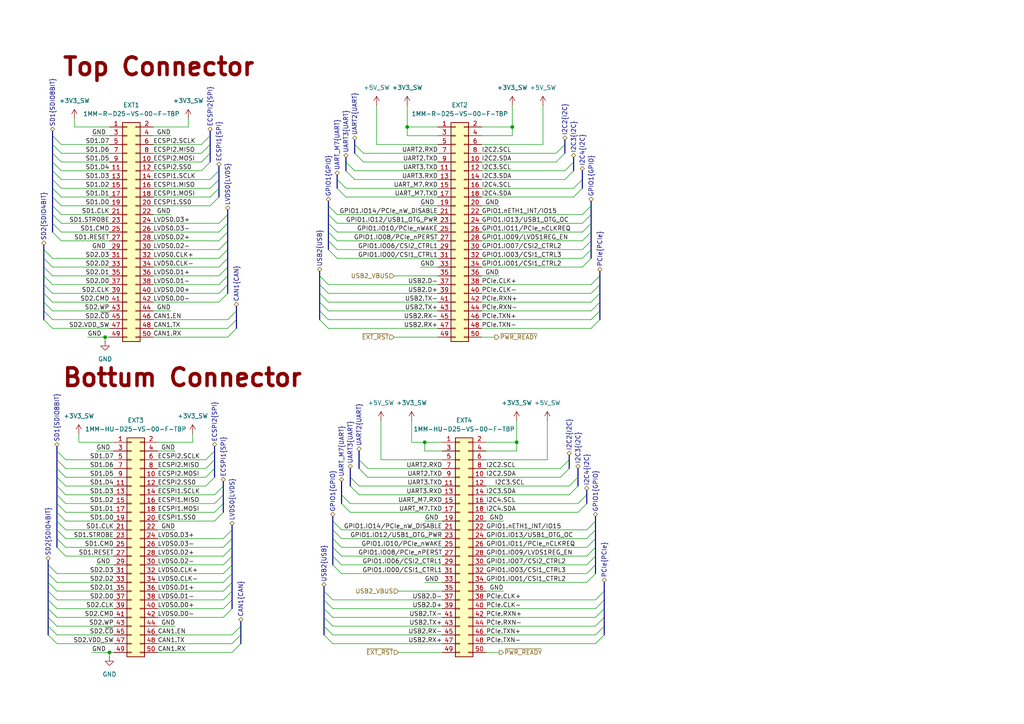
<source format=kicad_sch>
(kicad_sch (version 20250114) (generator "eeschema") (generator_version "9.0")
  (paper "A4")
  (lib_symbols
    (symbol "Connector_Generic:Conn_02x25_Odd_Even" (pin_names (offset 1.016) (hide yes))
      (property "Reference" "J" (at 1.27 33.02 0))
      (property "Value" "Conn_02x25_Odd_Even" (at 1.27 -33.02 0))
      (symbol "Conn_02x25_Odd_Even_1_1"
        (pin passive line (at -5.08 30.48 0) (length 3.81) (name "Pin_1") (number "1"))
        (pin passive line (at -5.08 27.94 0) (length 3.81) (name "Pin_3") (number "3"))
        (pin passive line (at -5.08 25.4 0) (length 3.81) (name "Pin_5") (number "5"))
        (pin passive line (at -5.08 22.86 0) (length 3.81) (name "Pin_7") (number "7"))
        (pin passive line (at -5.08 20.32 0) (length 3.81) (name "Pin_9") (number "9"))
        (pin passive line (at -5.08 17.78 0) (length 3.81) (name "Pin_11") (number "11"))
        (pin passive line (at -5.08 15.24 0) (length 3.81) (name "Pin_13") (number "13"))
        (pin passive line (at -5.08 12.7 0) (length 3.81) (name "Pin_15") (number "15"))
        (pin passive line (at -5.08 10.16 0) (length 3.81) (name "Pin_17") (number "17"))
        (pin passive line (at -5.08 7.62 0) (length 3.81) (name "Pin_19") (number "19"))
        (pin passive line (at -5.08 5.08 0) (length 3.81) (name "Pin_21") (number "21"))
        (pin passive line (at -5.08 2.54 0) (length 3.81) (name "Pin_23") (number "23"))
        (pin passive line (at -5.08 0 0) (length 3.81) (name "Pin_25") (number "25"))
        (pin passive line (at -5.08 -2.54 0) (length 3.81) (name "Pin_27") (number "27"))
        (pin passive line (at -5.08 -5.08 0) (length 3.81) (name "Pin_29") (number "29"))
        (pin passive line (at -5.08 -7.62 0) (length 3.81) (name "Pin_31") (number "31"))
        (pin passive line (at -5.08 -10.16 0) (length 3.81) (name "Pin_33") (number "33"))
        (pin passive line (at -5.08 -12.7 0) (length 3.81) (name "Pin_35") (number "35"))
        (pin passive line (at -5.08 -15.24 0) (length 3.81) (name "Pin_37") (number "37"))
        (pin passive line (at -5.08 -17.78 0) (length 3.81) (name "Pin_39") (number "39"))
        (pin passive line (at -5.08 -20.32 0) (length 3.81) (name "Pin_41") (number "41"))
        (pin passive line (at -5.08 -22.86 0) (length 3.81) (name "Pin_43") (number "43"))
        (pin passive line (at -5.08 -25.4 0) (length 3.81) (name "Pin_45") (number "45"))
        (pin passive line (at -5.08 -27.94 0) (length 3.81) (name "Pin_47") (number "47"))
        (pin passive line (at -5.08 -30.48 0) (length 3.81) (name "Pin_49") (number "49"))
        (pin passive line (at 7.62 30.48 180) (length 3.81) (name "Pin_2") (number "2"))
        (pin passive line (at 7.62 27.94 180) (length 3.81) (name "Pin_4") (number "4"))
        (pin passive line (at 7.62 25.4 180) (length 3.81) (name "Pin_6") (number "6"))
        (pin passive line (at 7.62 22.86 180) (length 3.81) (name "Pin_8") (number "8"))
        (pin passive line (at 7.62 20.32 180) (length 3.81) (name "Pin_10") (number "10"))
        (pin passive line (at 7.62 17.78 180) (length 3.81) (name "Pin_12") (number "12"))
        (pin passive line (at 7.62 15.24 180) (length 3.81) (name "Pin_14") (number "14"))
        (pin passive line (at 7.62 12.7 180) (length 3.81) (name "Pin_16") (number "16"))
        (pin passive line (at 7.62 10.16 180) (length 3.81) (name "Pin_18") (number "18"))
        (pin passive line (at 7.62 7.62 180) (length 3.81) (name "Pin_20") (number "20"))
        (pin passive line (at 7.62 5.08 180) (length 3.81) (name "Pin_22") (number "22"))
        (pin passive line (at 7.62 2.54 180) (length 3.81) (name "Pin_24") (number "24"))
        (pin passive line (at 7.62 0 180) (length 3.81) (name "Pin_26") (number "26"))
        (pin passive line (at 7.62 -2.54 180) (length 3.81) (name "Pin_28") (number "28"))
        (pin passive line (at 7.62 -5.08 180) (length 3.81) (name "Pin_30") (number "30"))
        (pin passive line (at 7.62 -7.62 180) (length 3.81) (name "Pin_32") (number "32"))
        (pin passive line (at 7.62 -10.16 180) (length 3.81) (name "Pin_34") (number "34"))
        (pin passive line (at 7.62 -12.7 180) (length 3.81) (name "Pin_36") (number "36"))
        (pin passive line (at 7.62 -15.24 180) (length 3.81) (name "Pin_38") (number "38"))
        (pin passive line (at 7.62 -17.78 180) (length 3.81) (name "Pin_40") (number "40"))
        (pin passive line (at 7.62 -20.32 180) (length 3.81) (name "Pin_42") (number "42"))
        (pin passive line (at 7.62 -22.86 180) (length 3.81) (name "Pin_44") (number "44"))
        (pin passive line (at 7.62 -25.4 180) (length 3.81) (name "Pin_46") (number "46"))
        (pin passive line (at 7.62 -27.94 180) (length 3.81) (name "Pin_48") (number "48"))
        (pin passive line (at 7.62 -30.48 180) (length 3.81) (name "Pin_50") (number "50"))
      )
    )
    (symbol "power:+3V3" (power) (pin_numbers (hide yes)) (pin_names (offset 0) (hide yes))
      (property "Value" "+3V3" (at 0 3.556 0))
      (symbol "+3V3_1_1"
        (pin power_in line (at 0 0 90) (length 0) (name "~") (number "1"))
      )
    )
    (symbol "power:+5V" (power) (pin_numbers (hide yes)) (pin_names (offset 0) (hide yes))
      (property "Value" "+5V" (at 0 3.556 0))
      (symbol "+5V_1_1"
        (pin power_in line (at 0 0 90) (length 0) (name "~") (number "1"))
      )
    )
    (symbol "power:GND" (power) (pin_numbers (hide yes)) (pin_names (offset 0) (hide yes))
      (property "Value" "GND" (at 0 -3.81 0))
      (symbol "GND_1_1"
        (pin power_in line (at 0 0 270) (length 0) (name "~") (number "1"))
      )
    )
  )
  (text "Top Connector" (at 17.78 19.558 0) (effects (font (size 5.08 5.08) (bold yes)) (justify left)))
  (text "Bottum Connector" (at 17.78 109.728 0) (effects (font (size 5.08 5.08) (bold yes)) (justify left)))
  (junction (at 123.19 128.27))
  (junction (at 149.86 128.27))
  (junction (at 118.11 36.83))
  (junction (at 31.75 189.23))
  (junction (at 148.59 36.83))
  (junction (at 30.48 97.79))
  (bus_entry (at 66.04 69.85) (size -2.54 2.54))
  (bus_entry (at 66.04 72.39) (size -2.54 2.54))
  (bus_entry (at 100.33 49.53) (size 2.54 2.54))
  (bus_entry (at 67.31 176.53) (size -2.54 2.54))
  (bus_entry (at 67.31 158.75) (size -2.54 2.54))
  (bus_entry (at 92.71 90.17) (size 2.54 2.54))
  (bus_entry (at 67.31 171.45) (size -2.54 2.54))
  (bus_entry (at 66.04 74.93) (size -2.54 2.54))
  (bus_entry (at 175.26 173.99) (size -2.54 2.54))
  (bus_entry (at 163.83 41.91) (size -2.54 2.54))
  (bus_entry (at 68.58 92.71) (size -2.54 2.54))
  (bus_entry (at 69.85 186.69) (size -2.54 2.54))
  (bus_entry (at 64.77 148.59) (size -2.54 2.54))
  (bus_entry (at 63.5 54.61) (size -2.54 2.54))
  (bus_entry (at 15.24 41.91) (size 2.54 2.54))
  (bus_entry (at 93.98 181.61) (size 2.54 2.54))
  (bus_entry (at 171.45 62.23) (size -2.54 2.54))
  (bus_entry (at 97.79 54.61) (size 2.54 2.54))
  (bus_entry (at 99.06 146.05) (size 2.54 2.54))
  (bus_entry (at 12.7 87.63) (size 2.54 2.54))
  (bus_entry (at 168.91 52.07) (size -2.54 2.54))
  (bus_entry (at 16.51 146.05) (size 2.54 2.54))
  (bus_entry (at 96.52 163.83) (size 2.54 2.54))
  (bus_entry (at 16.51 135.89) (size 2.54 2.54))
  (bus_entry (at 15.24 52.07) (size 2.54 2.54))
  (bus_entry (at 13.97 166.37) (size 2.54 2.54))
  (bus_entry (at 15.24 44.45) (size 2.54 2.54))
  (bus_entry (at 62.23 135.89) (size -2.54 2.54))
  (bus_entry (at 173.99 92.71) (size -2.54 2.54))
  (bus_entry (at 15.24 39.37) (size 2.54 2.54))
  (bus_entry (at 66.04 82.55) (size -2.54 2.54))
  (bus_entry (at 96.52 151.13) (size 2.54 2.54))
  (bus_entry (at 67.31 163.83) (size -2.54 2.54))
  (bus_entry (at 15.24 59.69) (size 2.54 2.54))
  (bus_entry (at 170.18 146.05) (size -2.54 2.54))
  (bus_entry (at 12.7 90.17) (size 2.54 2.54))
  (bus_entry (at 175.26 181.61) (size -2.54 2.54))
  (bus_entry (at 15.24 49.53) (size 2.54 2.54))
  (bus_entry (at 12.7 92.71) (size 2.54 2.54))
  (bus_entry (at 13.97 184.15) (size 2.54 2.54))
  (bus_entry (at 68.58 95.25) (size -2.54 2.54))
  (bus_entry (at 96.52 161.29) (size 2.54 2.54))
  (bus_entry (at 172.72 158.75) (size -2.54 2.54))
  (bus_entry (at 13.97 171.45) (size 2.54 2.54))
  (bus_entry (at 92.71 80.01) (size 2.54 2.54))
  (bus_entry (at 15.24 54.61) (size 2.54 2.54))
  (bus_entry (at 60.96 46.99) (size -2.54 2.54))
  (bus_entry (at 166.37 49.53) (size -2.54 2.54))
  (bus_entry (at 66.04 85.09) (size -2.54 2.54))
  (bus_entry (at 104.14 135.89) (size 2.54 2.54))
  (bus_entry (at 62.23 130.81) (size -2.54 2.54))
  (bus_entry (at 102.87 44.45) (size 2.54 2.54))
  (bus_entry (at 93.98 176.53) (size 2.54 2.54))
  (bus_entry (at 63.5 52.07) (size -2.54 2.54))
  (bus_entry (at 99.06 143.51) (size 2.54 2.54))
  (bus_entry (at 13.97 168.91) (size 2.54 2.54))
  (bus_entry (at 12.7 85.09) (size 2.54 2.54))
  (bus_entry (at 170.18 143.51) (size -2.54 2.54))
  (bus_entry (at 92.71 85.09) (size 2.54 2.54))
  (bus_entry (at 67.31 168.91) (size -2.54 2.54))
  (bus_entry (at 166.37 46.99) (size -2.54 2.54))
  (bus_entry (at 66.04 64.77) (size -2.54 2.54))
  (bus_entry (at 16.51 138.43) (size 2.54 2.54))
  (bus_entry (at 12.7 74.93) (size 2.54 2.54))
  (bus_entry (at 64.77 146.05) (size -2.54 2.54))
  (bus_entry (at 101.6 140.97) (size 2.54 2.54))
  (bus_entry (at 96.52 156.21) (size 2.54 2.54))
  (bus_entry (at 95.25 59.69) (size 2.54 2.54))
  (bus_entry (at 16.51 151.13) (size 2.54 2.54))
  (bus_entry (at 69.85 181.61) (size -2.54 2.54))
  (bus_entry (at 15.24 62.23) (size 2.54 2.54))
  (bus_entry (at 167.64 138.43) (size -2.54 2.54))
  (bus_entry (at 12.7 80.01) (size 2.54 2.54))
  (bus_entry (at 171.45 72.39) (size -2.54 2.54))
  (bus_entry (at 67.31 156.21) (size -2.54 2.54))
  (bus_entry (at 93.98 173.99) (size 2.54 2.54))
  (bus_entry (at 175.26 179.07) (size -2.54 2.54))
  (bus_entry (at 67.31 166.37) (size -2.54 2.54))
  (bus_entry (at 66.04 62.23) (size -2.54 2.54))
  (bus_entry (at 69.85 184.15) (size -2.54 2.54))
  (bus_entry (at 13.97 181.61) (size 2.54 2.54))
  (bus_entry (at 66.04 77.47) (size -2.54 2.54))
  (bus_entry (at 175.26 184.15) (size -2.54 2.54))
  (bus_entry (at 168.91 54.61) (size -2.54 2.54))
  (bus_entry (at 64.77 143.51) (size -2.54 2.54))
  (bus_entry (at 175.26 176.53) (size -2.54 2.54))
  (bus_entry (at 15.24 64.77) (size 2.54 2.54))
  (bus_entry (at 173.99 87.63) (size -2.54 2.54))
  (bus_entry (at 101.6 138.43) (size 2.54 2.54))
  (bus_entry (at 12.7 77.47) (size 2.54 2.54))
  (bus_entry (at 16.51 158.75) (size 2.54 2.54))
  (bus_entry (at 165.1 135.89) (size -2.54 2.54))
  (bus_entry (at 171.45 64.77) (size -2.54 2.54))
  (bus_entry (at 13.97 176.53) (size 2.54 2.54))
  (bus_entry (at 16.51 153.67) (size 2.54 2.54))
  (bus_entry (at 62.23 133.35) (size -2.54 2.54))
  (bus_entry (at 15.24 46.99) (size 2.54 2.54))
  (bus_entry (at 92.71 92.71) (size 2.54 2.54))
  (bus_entry (at 93.98 184.15) (size 2.54 2.54))
  (bus_entry (at 175.26 171.45) (size -2.54 2.54))
  (bus_entry (at 16.51 133.35) (size 2.54 2.54))
  (bus_entry (at 67.31 153.67) (size -2.54 2.54))
  (bus_entry (at 104.14 133.35) (size 2.54 2.54))
  (bus_entry (at 95.25 64.77) (size 2.54 2.54))
  (bus_entry (at 62.23 138.43) (size -2.54 2.54))
  (bus_entry (at 96.52 153.67) (size 2.54 2.54))
  (bus_entry (at 167.64 140.97) (size -2.54 2.54))
  (bus_entry (at 171.45 74.93) (size -2.54 2.54))
  (bus_entry (at 92.71 87.63) (size 2.54 2.54))
  (bus_entry (at 12.7 72.39) (size 2.54 2.54))
  (bus_entry (at 97.79 52.07) (size 2.54 2.54))
  (bus_entry (at 16.51 143.51) (size 2.54 2.54))
  (bus_entry (at 172.72 153.67) (size -2.54 2.54))
  (bus_entry (at 66.04 80.01) (size -2.54 2.54))
  (bus_entry (at 92.71 82.55) (size 2.54 2.54))
  (bus_entry (at 60.96 41.91) (size -2.54 2.54))
  (bus_entry (at 171.45 69.85) (size -2.54 2.54))
  (bus_entry (at 173.99 85.09) (size -2.54 2.54))
  (bus_entry (at 172.72 156.21) (size -2.54 2.54))
  (bus_entry (at 15.24 67.31) (size 2.54 2.54))
  (bus_entry (at 93.98 171.45) (size 2.54 2.54))
  (bus_entry (at 16.51 156.21) (size 2.54 2.54))
  (bus_entry (at 16.51 130.81) (size 2.54 2.54))
  (bus_entry (at 64.77 140.97) (size -2.54 2.54))
  (bus_entry (at 96.52 158.75) (size 2.54 2.54))
  (bus_entry (at 172.72 151.13) (size -2.54 2.54))
  (bus_entry (at 95.25 62.23) (size 2.54 2.54))
  (bus_entry (at 172.72 161.29) (size -2.54 2.54))
  (bus_entry (at 165.1 133.35) (size -2.54 2.54))
  (bus_entry (at 13.97 179.07) (size 2.54 2.54))
  (bus_entry (at 63.5 49.53) (size -2.54 2.54))
  (bus_entry (at 13.97 173.99) (size 2.54 2.54))
  (bus_entry (at 63.5 57.15) (size -2.54 2.54))
  (bus_entry (at 173.99 80.01) (size -2.54 2.54))
  (bus_entry (at 171.45 59.69) (size -2.54 2.54))
  (bus_entry (at 95.25 67.31) (size 2.54 2.54))
  (bus_entry (at 67.31 161.29) (size -2.54 2.54))
  (bus_entry (at 67.31 173.99) (size -2.54 2.54))
  (bus_entry (at 173.99 90.17) (size -2.54 2.54))
  (bus_entry (at 16.51 148.59) (size 2.54 2.54))
  (bus_entry (at 60.96 44.45) (size -2.54 2.54))
  (bus_entry (at 66.04 67.31) (size -2.54 2.54))
  (bus_entry (at 93.98 179.07) (size 2.54 2.54))
  (bus_entry (at 102.87 41.91) (size 2.54 2.54))
  (bus_entry (at 16.51 140.97) (size 2.54 2.54))
  (bus_entry (at 172.72 166.37) (size -2.54 2.54))
  (bus_entry (at 15.24 57.15) (size 2.54 2.54))
  (bus_entry (at 60.96 39.37) (size -2.54 2.54))
  (bus_entry (at 100.33 46.99) (size 2.54 2.54))
  (bus_entry (at 95.25 72.39) (size 2.54 2.54))
  (bus_entry (at 163.83 44.45) (size -2.54 2.54))
  (bus_entry (at 171.45 67.31) (size -2.54 2.54))
  (bus_entry (at 12.7 82.55) (size 2.54 2.54))
  (bus_entry (at 13.97 163.83) (size 2.54 2.54))
  (bus_entry (at 95.25 69.85) (size 2.54 2.54))
  (bus_entry (at 172.72 163.83) (size -2.54 2.54))
  (bus_entry (at 68.58 90.17) (size -2.54 2.54))
  (bus_entry (at 173.99 82.55) (size -2.54 2.54))
  (wire (pts (xy 106.68 135.89) (xy 128.27 135.89)))
  (bus (pts (xy 63.5 49.53) (xy 63.5 52.07)))
  (bus (pts (xy 93.98 170.18) (xy 93.98 171.45)))
  (bus (pts (xy 67.31 168.91) (xy 67.31 171.45)))
  (wire (pts (xy 168.91 72.39) (xy 139.7 72.39)))
  (wire (pts (xy 58.42 41.91) (xy 44.45 41.91)))
  (wire (pts (xy 123.19 151.13) (xy 128.27 151.13)))
  (bus (pts (xy 171.45 69.85) (xy 171.45 72.39)))
  (bus (pts (xy 13.97 179.07) (xy 13.97 181.61)))
  (wire (pts (xy 170.18 156.21) (xy 140.97 156.21)))
  (wire (pts (xy 109.22 41.91) (xy 127 41.91)))
  (wire (pts (xy 45.72 186.69) (xy 67.31 186.69)))
  (wire (pts (xy 170.18 158.75) (xy 140.97 158.75)))
  (bus (pts (xy 64.77 146.05) (xy 64.77 148.59)))
  (wire (pts (xy 15.24 85.09) (xy 31.75 85.09)))
  (wire (pts (xy 99.06 163.83) (xy 128.27 163.83)))
  (bus (pts (xy 97.79 50.8) (xy 97.79 52.07)))
  (wire (pts (xy 99.06 166.37) (xy 128.27 166.37)))
  (wire (pts (xy 31.75 36.83) (xy 21.59 36.83)))
  (wire (pts (xy 149.86 128.27) (xy 149.86 121.92)))
  (bus (pts (xy 12.7 85.09) (xy 12.7 87.63)))
  (wire (pts (xy 146.05 171.45) (xy 140.97 171.45)))
  (wire (pts (xy 17.78 62.23) (xy 31.75 62.23)))
  (bus (pts (xy 173.99 90.17) (xy 173.99 92.71)))
  (wire (pts (xy 100.33 57.15) (xy 127 57.15)))
  (wire (pts (xy 148.59 39.37) (xy 139.7 39.37)))
  (bus (pts (xy 15.24 59.69) (xy 15.24 62.23)))
  (wire (pts (xy 97.79 74.93) (xy 127 74.93)))
  (wire (pts (xy 148.59 30.48) (xy 148.59 36.83)))
  (bus (pts (xy 99.06 143.51) (xy 99.06 146.05)))
  (bus (pts (xy 96.52 153.67) (xy 96.52 156.21)))
  (wire (pts (xy 31.75 44.45) (xy 17.78 44.45)))
  (bus (pts (xy 172.72 149.86) (xy 172.72 151.13)))
  (bus (pts (xy 93.98 181.61) (xy 93.98 184.15)))
  (bus (pts (xy 97.79 52.07) (xy 97.79 54.61)))
  (wire (pts (xy 15.24 95.25) (xy 31.75 95.25)))
  (bus (pts (xy 67.31 158.75) (xy 67.31 161.29)))
  (bus (pts (xy 13.97 176.53) (xy 13.97 179.07)))
  (bus (pts (xy 92.71 78.74) (xy 92.71 80.01)))
  (wire (pts (xy 171.45 87.63) (xy 139.7 87.63)))
  (wire (pts (xy 44.45 82.55) (xy 63.5 82.55)))
  (wire (pts (xy 59.69 135.89) (xy 45.72 135.89)))
  (wire (pts (xy 100.33 54.61) (xy 127 54.61)))
  (wire (pts (xy 17.78 52.07) (xy 31.75 52.07)))
  (bus (pts (xy 168.91 52.07) (xy 168.91 54.61)))
  (wire (pts (xy 127 85.09) (xy 95.25 85.09)))
  (wire (pts (xy 19.05 140.97) (xy 33.02 140.97)))
  (bus (pts (xy 12.7 72.39) (xy 12.7 74.93)))
  (wire (pts (xy 19.05 133.35) (xy 33.02 133.35)))
  (bus (pts (xy 12.7 90.17) (xy 12.7 92.71)))
  (wire (pts (xy 16.51 171.45) (xy 33.02 171.45)))
  (wire (pts (xy 144.78 59.69) (xy 139.7 59.69)))
  (bus (pts (xy 12.7 74.93) (xy 12.7 77.47)))
  (wire (pts (xy 127 39.37) (xy 118.11 39.37)))
  (wire (pts (xy 148.59 39.37) (xy 148.59 36.83)))
  (bus (pts (xy 175.26 171.45) (xy 175.26 173.99)))
  (wire (pts (xy 171.45 92.71) (xy 139.7 92.71)))
  (wire (pts (xy 45.72 128.27) (xy 55.88 128.27)))
  (wire (pts (xy 63.5 64.77) (xy 44.45 64.77)))
  (bus (pts (xy 96.52 158.75) (xy 96.52 161.29)))
  (wire (pts (xy 17.78 54.61) (xy 31.75 54.61)))
  (bus (pts (xy 13.97 168.91) (xy 13.97 171.45)))
  (bus (pts (xy 15.24 49.53) (xy 15.24 52.07)))
  (bus (pts (xy 173.99 87.63) (xy 173.99 90.17)))
  (bus (pts (xy 93.98 171.45) (xy 93.98 173.99)))
  (wire (pts (xy 25.4 97.79) (xy 30.48 97.79)))
  (bus (pts (xy 170.18 143.51) (xy 170.18 146.05)))
  (wire (pts (xy 114.3 97.79) (xy 127 97.79)))
  (bus (pts (xy 93.98 179.07) (xy 93.98 181.61)))
  (bus (pts (xy 63.5 54.61) (xy 63.5 57.15)))
  (wire (pts (xy 31.75 46.99) (xy 17.78 46.99)))
  (bus (pts (xy 15.24 38.1) (xy 15.24 39.37)))
  (wire (pts (xy 16.51 181.61) (xy 33.02 181.61)))
  (wire (pts (xy 15.24 92.71) (xy 31.75 92.71)))
  (bus (pts (xy 67.31 163.83) (xy 67.31 166.37)))
  (bus (pts (xy 168.91 49.53) (xy 168.91 52.07)))
  (wire (pts (xy 33.02 138.43) (xy 19.05 138.43)))
  (bus (pts (xy 96.52 156.21) (xy 96.52 158.75)))
  (wire (pts (xy 16.51 168.91) (xy 33.02 168.91)))
  (wire (pts (xy 139.7 54.61) (xy 166.37 54.61)))
  (bus (pts (xy 96.52 151.13) (xy 96.52 153.67)))
  (bus (pts (xy 96.52 149.86) (xy 96.52 151.13)))
  (wire (pts (xy 63.5 72.39) (xy 44.45 72.39)))
  (bus (pts (xy 173.99 80.01) (xy 173.99 82.55)))
  (wire (pts (xy 118.11 39.37) (xy 118.11 36.83)))
  (bus (pts (xy 96.52 161.29) (xy 96.52 163.83)))
  (bus (pts (xy 101.6 138.43) (xy 101.6 140.97)))
  (wire (pts (xy 64.77 166.37) (xy 45.72 166.37)))
  (bus (pts (xy 62.23 129.54) (xy 62.23 130.81)))
  (bus (pts (xy 66.04 64.77) (xy 66.04 67.31)))
  (wire (pts (xy 172.72 179.07) (xy 140.97 179.07)))
  (bus (pts (xy 172.72 161.29) (xy 172.72 163.83)))
  (bus (pts (xy 69.85 184.15) (xy 69.85 186.69)))
  (wire (pts (xy 45.72 179.07) (xy 64.77 179.07)))
  (wire (pts (xy 45.72 161.29) (xy 64.77 161.29)))
  (bus (pts (xy 66.04 60.96) (xy 66.04 62.23)))
  (bus (pts (xy 67.31 166.37) (xy 67.31 168.91)))
  (wire (pts (xy 97.79 69.85) (xy 127 69.85)))
  (wire (pts (xy 63.5 74.93) (xy 44.45 74.93)))
  (bus (pts (xy 92.71 90.17) (xy 92.71 92.71)))
  (wire (pts (xy 102.87 52.07) (xy 127 52.07)))
  (wire (pts (xy 17.78 64.77) (xy 31.75 64.77)))
  (wire (pts (xy 16.51 166.37) (xy 33.02 166.37)))
  (bus (pts (xy 64.77 139.7) (xy 64.77 140.97)))
  (bus (pts (xy 15.24 52.07) (xy 15.24 54.61)))
  (wire (pts (xy 123.19 130.81) (xy 123.19 128.27)))
  (wire (pts (xy 104.14 140.97) (xy 128.27 140.97)))
  (wire (pts (xy 110.49 133.35) (xy 128.27 133.35)))
  (bus (pts (xy 13.97 166.37) (xy 13.97 168.91)))
  (wire (pts (xy 45.72 173.99) (xy 64.77 173.99)))
  (bus (pts (xy 175.26 179.07) (xy 175.26 181.61)))
  (wire (pts (xy 44.45 97.79) (xy 66.04 97.79)))
  (bus (pts (xy 16.51 156.21) (xy 16.51 158.75)))
  (bus (pts (xy 60.96 39.37) (xy 60.96 41.91)))
  (wire (pts (xy 119.38 128.27) (xy 119.38 121.92)))
  (wire (pts (xy 17.78 69.85) (xy 31.75 69.85)))
  (bus (pts (xy 67.31 156.21) (xy 67.31 158.75)))
  (bus (pts (xy 67.31 171.45) (xy 67.31 173.99)))
  (bus (pts (xy 69.85 180.34) (xy 69.85 181.61)))
  (bus (pts (xy 16.51 140.97) (xy 16.51 143.51)))
  (bus (pts (xy 171.45 62.23) (xy 171.45 64.77)))
  (wire (pts (xy 168.91 77.47) (xy 139.7 77.47)))
  (wire (pts (xy 49.53 62.23) (xy 44.45 62.23)))
  (bus (pts (xy 175.26 181.61) (xy 175.26 184.15)))
  (bus (pts (xy 15.24 41.91) (xy 15.24 44.45)))
  (wire (pts (xy 162.56 135.89) (xy 140.97 135.89)))
  (bus (pts (xy 13.97 163.83) (xy 13.97 166.37)))
  (wire (pts (xy 172.72 176.53) (xy 140.97 176.53)))
  (bus (pts (xy 16.51 148.59) (xy 16.51 151.13)))
  (bus (pts (xy 66.04 67.31) (xy 66.04 69.85)))
  (wire (pts (xy 172.72 186.69) (xy 140.97 186.69)))
  (wire (pts (xy 106.68 138.43) (xy 128.27 138.43)))
  (wire (pts (xy 161.29 46.99) (xy 139.7 46.99)))
  (wire (pts (xy 99.06 161.29) (xy 128.27 161.29)))
  (bus (pts (xy 15.24 54.61) (xy 15.24 57.15)))
  (wire (pts (xy 96.52 181.61) (xy 128.27 181.61)))
  (bus (pts (xy 172.72 153.67) (xy 172.72 156.21)))
  (wire (pts (xy 127 87.63) (xy 95.25 87.63)))
  (wire (pts (xy 44.45 69.85) (xy 63.5 69.85)))
  (wire (pts (xy 105.41 44.45) (xy 127 44.45)))
  (wire (pts (xy 31.75 67.31) (xy 17.78 67.31)))
  (wire (pts (xy 119.38 128.27) (xy 123.19 128.27)))
  (wire (pts (xy 170.18 163.83) (xy 140.97 163.83)))
  (bus (pts (xy 104.14 130.81) (xy 104.14 133.35)))
  (wire (pts (xy 16.51 176.53) (xy 33.02 176.53)))
  (bus (pts (xy 100.33 45.72) (xy 100.33 46.99)))
  (wire (pts (xy 127 92.71) (xy 95.25 92.71)))
  (bus (pts (xy 66.04 72.39) (xy 66.04 74.93)))
  (bus (pts (xy 93.98 173.99) (xy 93.98 176.53)))
  (wire (pts (xy 15.24 90.17) (xy 31.75 90.17)))
  (bus (pts (xy 175.26 176.53) (xy 175.26 179.07)))
  (wire (pts (xy 17.78 49.53) (xy 31.75 49.53)))
  (wire (pts (xy 15.24 80.01) (xy 31.75 80.01)))
  (wire (pts (xy 127 95.25) (xy 95.25 95.25)))
  (bus (pts (xy 173.99 82.55) (xy 173.99 85.09)))
  (wire (pts (xy 33.02 128.27) (xy 22.86 128.27)))
  (wire (pts (xy 168.91 74.93) (xy 139.7 74.93)))
  (wire (pts (xy 140.97 128.27) (xy 149.86 128.27)))
  (wire (pts (xy 97.79 72.39) (xy 127 72.39)))
  (wire (pts (xy 19.05 146.05) (xy 33.02 146.05)))
  (wire (pts (xy 168.91 62.23) (xy 139.7 62.23)))
  (bus (pts (xy 16.51 130.81) (xy 16.51 133.35)))
  (bus (pts (xy 63.5 52.07) (xy 63.5 54.61)))
  (wire (pts (xy 162.56 138.43) (xy 140.97 138.43)))
  (bus (pts (xy 16.51 143.51) (xy 16.51 146.05)))
  (wire (pts (xy 128.27 130.81) (xy 123.19 130.81)))
  (bus (pts (xy 66.04 82.55) (xy 66.04 85.09)))
  (bus (pts (xy 12.7 82.55) (xy 12.7 85.09)))
  (wire (pts (xy 64.77 156.21) (xy 45.72 156.21)))
  (wire (pts (xy 170.18 153.67) (xy 140.97 153.67)))
  (bus (pts (xy 99.06 139.7) (xy 99.06 143.51)))
  (wire (pts (xy 33.02 151.13) (xy 19.05 151.13)))
  (wire (pts (xy 128.27 186.69) (xy 96.52 186.69)))
  (wire (pts (xy 58.42 46.99) (xy 44.45 46.99)))
  (wire (pts (xy 16.51 173.99) (xy 33.02 173.99)))
  (bus (pts (xy 62.23 130.81) (xy 62.23 133.35)))
  (wire (pts (xy 168.91 64.77) (xy 139.7 64.77)))
  (bus (pts (xy 171.45 67.31) (xy 171.45 69.85)))
  (wire (pts (xy 60.96 52.07) (xy 44.45 52.07)))
  (wire (pts (xy 63.5 77.47) (xy 44.45 77.47)))
  (wire (pts (xy 33.02 158.75) (xy 19.05 158.75)))
  (wire (pts (xy 33.02 135.89) (xy 19.05 135.89)))
  (wire (pts (xy 22.86 128.27) (xy 22.86 125.73)))
  (wire (pts (xy 49.53 90.17) (xy 44.45 90.17)))
  (bus (pts (xy 13.97 181.61) (xy 13.97 184.15)))
  (wire (pts (xy 102.87 49.53) (xy 127 49.53)))
  (wire (pts (xy 140.97 130.81) (xy 149.86 130.81)))
  (wire (pts (xy 118.11 36.83) (xy 118.11 30.48)))
  (wire (pts (xy 140.97 133.35) (xy 158.75 133.35)))
  (bus (pts (xy 92.71 82.55) (xy 92.71 85.09)))
  (wire (pts (xy 44.45 85.09) (xy 63.5 85.09)))
  (wire (pts (xy 64.77 163.83) (xy 45.72 163.83)))
  (wire (pts (xy 15.24 74.93) (xy 31.75 74.93)))
  (wire (pts (xy 110.49 121.92) (xy 110.49 133.35)))
  (wire (pts (xy 115.57 171.45) (xy 128.27 171.45)))
  (wire (pts (xy 139.7 49.53) (xy 163.83 49.53)))
  (bus (pts (xy 16.51 129.54) (xy 16.51 130.81)))
  (bus (pts (xy 12.7 87.63) (xy 12.7 90.17)))
  (wire (pts (xy 30.48 97.79) (xy 31.75 97.79)))
  (bus (pts (xy 67.31 173.99) (xy 67.31 176.53)))
  (wire (pts (xy 44.45 80.01) (xy 63.5 80.01)))
  (wire (pts (xy 26.67 72.39) (xy 31.75 72.39)))
  (wire (pts (xy 144.78 80.01) (xy 139.7 80.01)))
  (bus (pts (xy 172.72 156.21) (xy 172.72 158.75)))
  (bus (pts (xy 66.04 62.23) (xy 66.04 64.77)))
  (bus (pts (xy 92.71 80.01) (xy 92.71 82.55)))
  (bus (pts (xy 165.1 132.08) (xy 165.1 133.35)))
  (wire (pts (xy 139.7 41.91) (xy 157.48 41.91)))
  (wire (pts (xy 54.61 36.83) (xy 54.61 34.29)))
  (wire (pts (xy 60.96 54.61) (xy 44.45 54.61)))
  (wire (pts (xy 21.59 36.83) (xy 21.59 34.29)))
  (bus (pts (xy 69.85 181.61) (xy 69.85 184.15)))
  (bus (pts (xy 15.24 57.15) (xy 15.24 59.69)))
  (wire (pts (xy 44.45 67.31) (xy 63.5 67.31)))
  (wire (pts (xy 157.48 41.91) (xy 157.48 30.48)))
  (wire (pts (xy 144.78 189.23) (xy 140.97 189.23)))
  (bus (pts (xy 66.04 77.47) (xy 66.04 80.01)))
  (wire (pts (xy 123.19 168.91) (xy 128.27 168.91)))
  (bus (pts (xy 15.24 62.23) (xy 15.24 64.77)))
  (bus (pts (xy 95.25 58.42) (xy 95.25 59.69)))
  (wire (pts (xy 140.97 148.59) (xy 167.64 148.59)))
  (wire (pts (xy 62.23 143.51) (xy 45.72 143.51)))
  (wire (pts (xy 170.18 168.91) (xy 140.97 168.91)))
  (wire (pts (xy 67.31 184.15) (xy 45.72 184.15)))
  (bus (pts (xy 15.24 44.45) (xy 15.24 46.99)))
  (wire (pts (xy 121.92 77.47) (xy 127 77.47)))
  (bus (pts (xy 172.72 151.13) (xy 172.72 153.67)))
  (wire (pts (xy 99.06 158.75) (xy 128.27 158.75)))
  (wire (pts (xy 128.27 176.53) (xy 96.52 176.53)))
  (bus (pts (xy 173.99 78.74) (xy 173.99 80.01)))
  (wire (pts (xy 97.79 64.77) (xy 127 64.77)))
  (wire (pts (xy 96.52 173.99) (xy 128.27 173.99)))
  (bus (pts (xy 163.83 41.91) (xy 163.83 44.45)))
  (wire (pts (xy 45.72 140.97) (xy 59.69 140.97)))
  (bus (pts (xy 166.37 45.72) (xy 166.37 46.99)))
  (wire (pts (xy 114.3 80.01) (xy 127 80.01)))
  (wire (pts (xy 45.72 171.45) (xy 64.77 171.45)))
  (bus (pts (xy 102.87 41.91) (xy 102.87 44.45)))
  (bus (pts (xy 68.58 88.9) (xy 68.58 90.17)))
  (wire (pts (xy 44.45 87.63) (xy 63.5 87.63)))
  (wire (pts (xy 143.51 97.79) (xy 139.7 97.79)))
  (wire (pts (xy 170.18 166.37) (xy 140.97 166.37)))
  (wire (pts (xy 45.72 189.23) (xy 67.31 189.23)))
  (wire (pts (xy 172.72 181.61) (xy 140.97 181.61)))
  (bus (pts (xy 15.24 39.37) (xy 15.24 41.91)))
  (bus (pts (xy 171.45 72.39) (xy 171.45 74.93)))
  (wire (pts (xy 19.05 143.51) (xy 33.02 143.51)))
  (bus (pts (xy 175.26 168.91) (xy 175.26 171.45)))
  (wire (pts (xy 62.23 151.13) (xy 45.72 151.13)))
  (wire (pts (xy 163.83 52.07) (xy 139.7 52.07)))
  (bus (pts (xy 13.97 162.56) (xy 13.97 163.83)))
  (wire (pts (xy 45.72 158.75) (xy 64.77 158.75)))
  (wire (pts (xy 27.94 130.81) (xy 33.02 130.81)))
  (bus (pts (xy 175.26 173.99) (xy 175.26 176.53)))
  (wire (pts (xy 158.75 133.35) (xy 158.75 121.92)))
  (bus (pts (xy 16.51 133.35) (xy 16.51 135.89)))
  (wire (pts (xy 50.8 130.81) (xy 45.72 130.81)))
  (bus (pts (xy 66.04 69.85) (xy 66.04 72.39)))
  (wire (pts (xy 168.91 69.85) (xy 139.7 69.85)))
  (wire (pts (xy 50.8 181.61) (xy 45.72 181.61)))
  (bus (pts (xy 171.45 58.42) (xy 171.45 59.69)))
  (bus (pts (xy 100.33 46.99) (xy 100.33 49.53)))
  (wire (pts (xy 105.41 46.99) (xy 127 46.99)))
  (bus (pts (xy 93.98 176.53) (xy 93.98 179.07)))
  (wire (pts (xy 171.45 95.25) (xy 139.7 95.25)))
  (bus (pts (xy 67.31 152.4) (xy 67.31 153.67)))
  (wire (pts (xy 16.51 186.69) (xy 33.02 186.69)))
  (bus (pts (xy 68.58 92.71) (xy 68.58 95.25)))
  (wire (pts (xy 15.24 82.55) (xy 31.75 82.55)))
  (bus (pts (xy 15.24 46.99) (xy 15.24 49.53)))
  (wire (pts (xy 62.23 148.59) (xy 45.72 148.59)))
  (bus (pts (xy 13.97 173.99) (xy 13.97 176.53)))
  (wire (pts (xy 95.25 82.55) (xy 127 82.55)))
  (wire (pts (xy 15.24 77.47) (xy 31.75 77.47)))
  (bus (pts (xy 95.25 62.23) (xy 95.25 64.77)))
  (wire (pts (xy 172.72 184.15) (xy 140.97 184.15)))
  (wire (pts (xy 146.05 151.13) (xy 140.97 151.13)))
  (bus (pts (xy 95.25 64.77) (xy 95.25 67.31)))
  (wire (pts (xy 99.06 156.21) (xy 128.27 156.21)))
  (wire (pts (xy 60.96 59.69) (xy 44.45 59.69)))
  (wire (pts (xy 44.45 36.83) (xy 54.61 36.83)))
  (wire (pts (xy 17.78 57.15) (xy 31.75 57.15)))
  (wire (pts (xy 55.88 128.27) (xy 55.88 125.73)))
  (wire (pts (xy 140.97 140.97) (xy 165.1 140.97)))
  (bus (pts (xy 67.31 161.29) (xy 67.31 163.83)))
  (bus (pts (xy 12.7 71.12) (xy 12.7 72.39)))
  (bus (pts (xy 62.23 133.35) (xy 62.23 135.89)))
  (bus (pts (xy 170.18 142.24) (xy 170.18 143.51)))
  (bus (pts (xy 171.45 59.69) (xy 171.45 62.23)))
  (wire (pts (xy 121.92 59.69) (xy 127 59.69)))
  (bus (pts (xy 172.72 158.75) (xy 172.72 161.29)))
  (wire (pts (xy 95.25 90.17) (xy 127 90.17)))
  (wire (pts (xy 19.05 161.29) (xy 33.02 161.29)))
  (wire (pts (xy 128.27 184.15) (xy 96.52 184.15)))
  (bus (pts (xy 172.72 163.83) (xy 172.72 166.37)))
  (wire (pts (xy 50.8 153.67) (xy 45.72 153.67)))
  (wire (pts (xy 101.6 148.59) (xy 128.27 148.59)))
  (wire (pts (xy 171.45 85.09) (xy 139.7 85.09)))
  (wire (pts (xy 97.79 62.23) (xy 127 62.23)))
  (bus (pts (xy 95.25 59.69) (xy 95.25 62.23)))
  (wire (pts (xy 27.94 163.83) (xy 33.02 163.83)))
  (wire (pts (xy 128.27 179.07) (xy 96.52 179.07)))
  (bus (pts (xy 171.45 64.77) (xy 171.45 67.31)))
  (wire (pts (xy 16.51 184.15) (xy 33.02 184.15)))
  (wire (pts (xy 31.75 59.69) (xy 17.78 59.69)))
  (wire (pts (xy 170.18 161.29) (xy 140.97 161.29)))
  (wire (pts (xy 49.53 39.37) (xy 44.45 39.37)))
  (wire (pts (xy 60.96 57.15) (xy 44.45 57.15)))
  (bus (pts (xy 16.51 138.43) (xy 16.51 140.97)))
  (bus (pts (xy 166.37 46.99) (xy 166.37 49.53)))
  (bus (pts (xy 66.04 74.93) (xy 66.04 77.47)))
  (bus (pts (xy 16.51 146.05) (xy 16.51 148.59)))
  (bus (pts (xy 167.64 138.43) (xy 167.64 140.97)))
  (wire (pts (xy 140.97 146.05) (xy 167.64 146.05)))
  (wire (pts (xy 139.7 57.15) (xy 166.37 57.15)))
  (wire (pts (xy 104.14 143.51) (xy 128.27 143.51)))
  (wire (pts (xy 171.45 90.17) (xy 139.7 90.17)))
  (bus (pts (xy 102.87 40.64) (xy 102.87 41.91)))
  (wire (pts (xy 168.91 67.31) (xy 139.7 67.31)))
  (wire (pts (xy 31.75 189.23) (xy 31.75 190.5)))
  (wire (pts (xy 171.45 82.55) (xy 139.7 82.55)))
  (wire (pts (xy 149.86 130.81) (xy 149.86 128.27)))
  (bus (pts (xy 95.25 67.31) (xy 95.25 69.85)))
  (bus (pts (xy 173.99 85.09) (xy 173.99 87.63)))
  (wire (pts (xy 44.45 49.53) (xy 58.42 49.53)))
  (bus (pts (xy 60.96 38.1) (xy 60.96 39.37)))
  (bus (pts (xy 92.71 85.09) (xy 92.71 87.63)))
  (bus (pts (xy 64.77 143.51) (xy 64.77 146.05)))
  (bus (pts (xy 16.51 135.89) (xy 16.51 138.43)))
  (bus (pts (xy 15.24 64.77) (xy 15.24 67.31)))
  (wire (pts (xy 31.75 87.63) (xy 15.24 87.63)))
  (bus (pts (xy 16.51 153.67) (xy 16.51 156.21)))
  (bus (pts (xy 104.14 133.35) (xy 104.14 135.89)))
  (bus (pts (xy 12.7 80.01) (xy 12.7 82.55)))
  (wire (pts (xy 31.75 189.23) (xy 33.02 189.23)))
  (wire (pts (xy 26.67 39.37) (xy 31.75 39.37)))
  (wire (pts (xy 128.27 128.27) (xy 123.19 128.27)))
  (wire (pts (xy 17.78 41.91) (xy 31.75 41.91)))
  (bus (pts (xy 163.83 40.64) (xy 163.83 41.91)))
  (wire (pts (xy 19.05 156.21) (xy 33.02 156.21)))
  (wire (pts (xy 58.42 44.45) (xy 44.45 44.45)))
  (wire (pts (xy 115.57 189.23) (xy 128.27 189.23)))
  (bus (pts (xy 66.04 80.01) (xy 66.04 82.55)))
  (wire (pts (xy 66.04 92.71) (xy 44.45 92.71)))
  (wire (pts (xy 139.7 36.83) (xy 148.59 36.83)))
  (wire (pts (xy 33.02 179.07) (xy 16.51 179.07)))
  (wire (pts (xy 172.72 173.99) (xy 140.97 173.99)))
  (wire (pts (xy 118.11 36.83) (xy 127 36.83)))
  (bus (pts (xy 63.5 48.26) (xy 63.5 49.53)))
  (wire (pts (xy 161.29 44.45) (xy 139.7 44.45)))
  (bus (pts (xy 13.97 171.45) (xy 13.97 173.99)))
  (wire (pts (xy 97.79 67.31) (xy 127 67.31)))
  (wire (pts (xy 59.69 133.35) (xy 45.72 133.35)))
  (bus (pts (xy 64.77 140.97) (xy 64.77 143.51)))
  (bus (pts (xy 95.25 69.85) (xy 95.25 72.39)))
  (wire (pts (xy 19.05 148.59) (xy 33.02 148.59)))
  (bus (pts (xy 60.96 41.91) (xy 60.96 44.45)))
  (bus (pts (xy 60.96 44.45) (xy 60.96 46.99)))
  (bus (pts (xy 12.7 77.47) (xy 12.7 80.01)))
  (bus (pts (xy 16.51 151.13) (xy 16.51 153.67)))
  (wire (pts (xy 99.06 153.67) (xy 128.27 153.67)))
  (bus (pts (xy 67.31 153.67) (xy 67.31 156.21)))
  (wire (pts (xy 101.6 146.05) (xy 128.27 146.05)))
  (wire (pts (xy 62.23 146.05) (xy 45.72 146.05)))
  (wire (pts (xy 64.77 168.91) (xy 45.72 168.91)))
  (wire (pts (xy 109.22 30.48) (xy 109.22 41.91)))
  (wire (pts (xy 26.67 189.23) (xy 31.75 189.23)))
  (wire (pts (xy 165.1 143.51) (xy 140.97 143.51)))
  (bus (pts (xy 167.64 135.89) (xy 167.64 138.43)))
  (wire (pts (xy 59.69 138.43) (xy 45.72 138.43)))
  (wire (pts (xy 44.45 95.25) (xy 66.04 95.25)))
  (bus (pts (xy 92.71 87.63) (xy 92.71 90.17)))
  (bus (pts (xy 68.58 90.17) (xy 68.58 92.71)))
  (bus (pts (xy 165.1 133.35) (xy 165.1 135.89)))
  (wire (pts (xy 30.48 97.79) (xy 30.48 99.06)))
  (bus (pts (xy 101.6 135.89) (xy 101.6 138.43)))
  (wire (pts (xy 45.72 176.53) (xy 64.77 176.53)))
  (bus (pts (xy 62.23 135.89) (xy 62.23 138.43)))
  (wire (pts (xy 19.05 153.67) (xy 33.02 153.67)))
  (label "SD2.CLK" (at 31.75 85.09 180))
  (label "SD2.D2" (at 33.02 168.91 180))
  (label "SD2.D0" (at 31.75 82.55 180))
  (label "I2C2.SCL" (at 140.97 135.89 0))
  (label "SD2.VDD_SW" (at 31.75 95.25 180))
  (label "GPIO1.IO07{slash}CSI2_CTRL2" (at 139.7 72.39 0))
  (label "UART3.RXD" (at 128.27 143.51 180))
  (label "ECSPI2.SCLK" (at 44.45 41.91 0))
  (label "CAN1.TX" (at 44.45 95.25 0))
  (label "SD1.STROBE" (at 31.75 64.77 180))
  (label "GPIO1.IO03{slash}CSI1_CTRL3" (at 139.7 74.93 0))
  (label "SD1.D1" (at 33.02 148.59 180))
  (label "SD1.CLK" (at 33.02 153.67 180))
  (label "GND" (at 49.53 90.17 180))
  (label "ECSPI1.SCLK" (at 44.45 52.07 0))
  (label "SD2.D1" (at 33.02 171.45 180))
  (label "USB2.D+" (at 128.27 176.53 180))
  (label "USB2.RX+" (at 127 95.25 180))
  (label "USB2.TX-" (at 128.27 179.07 180))
  (label "PCIe.CLK+" (at 140.97 173.99 0))
  (label "LVDS0.D3-" (at 44.45 67.31 0))
  (label "GND" (at 26.67 39.37 0))
  (label "GPIO1.nETH1_INT{slash}IO15" (at 140.97 153.67 0))
  (label "SD2.D1" (at 31.75 80.01 180))
  (label "GND" (at 26.67 72.39 0))
  (label "GPIO1.IO00{slash}CSI1_CTRL1" (at 127 74.93 180))
  (label "GND" (at 146.05 151.13 180))
  (label "ECSPI1.MOSI" (at 45.72 148.59 0))
  (label "SD1.D3" (at 33.02 143.51 180))
  (label "ECSPI2.MOSI" (at 44.45 46.99 0))
  (label "I2C4.SDA" (at 139.7 57.15 0))
  (label "SD2.~{CD}" (at 33.02 184.15 180))
  (label "SD1.CMD" (at 33.02 158.75 180))
  (label "USB2.D+" (at 127 85.09 180))
  (label "LVDS0.D3+" (at 45.72 156.21 0))
  (label "USB2.TX+" (at 127 90.17 180))
  (label "GPIO1.IO00{slash}CSI1_CTRL1" (at 128.27 166.37 180))
  (label "GND" (at 49.53 39.37 180))
  (label "SD1.D6" (at 31.75 44.45 180))
  (label "LVDS0.CLK+" (at 44.45 74.93 0))
  (label "GPIO1.IO07{slash}CSI2_CTRL2" (at 140.97 163.83 0))
  (label "GPIO1.IO06{slash}CSI2_CTRL1" (at 127 72.39 180))
  (label "I2C4.SCL" (at 139.7 54.61 0))
  (label "I2C4.SCL" (at 140.97 146.05 0))
  (label "PCIe.RXN-" (at 140.97 181.61 0))
  (label "UART3.TXD" (at 127 49.53 180))
  (label "CAN1.EN" (at 44.45 92.71 0))
  (label "SD2.WP" (at 31.75 90.17 180))
  (label "GPIO1.nETH1_INT{slash}IO15" (at 139.7 62.23 0))
  (label "GND" (at 27.94 130.81 0))
  (label "SD1.D3" (at 31.75 52.07 180))
  (label "GND" (at 144.78 59.69 180))
  (label "ECSPI1.SCLK" (at 45.72 143.51 0))
  (label "USB2.RX-" (at 127 92.71 180))
  (label "ECSPI1.MOSI" (at 44.45 57.15 0))
  (label "GPIO1.IO11{slash}PCIe_nCLKREQ" (at 140.97 158.75 0))
  (label "ECSPI2.SS0" (at 45.72 140.97 0))
  (label "LVDS0.CLK-" (at 45.72 168.91 0))
  (label "SD1.D5" (at 31.75 46.99 180))
  (label "SD2.~{CD}" (at 31.75 92.71 180))
  (label "GPIO1.IO12{slash}USB1_OTG_PWR" (at 127 64.77 180))
  (label "PCIe.CLK-" (at 140.97 176.53 0))
  (label "LVDS0.D2+" (at 44.45 69.85 0))
  (label "LVDS0.D0+" (at 44.45 85.09 0))
  (label "SD2.CMD" (at 31.75 87.63 180))
  (label "LVDS0.D1+" (at 44.45 80.01 0))
  (label "I2C3.SCL" (at 139.7 49.53 0))
  (label "LVDS0.D3+" (at 44.45 64.77 0))
  (label "SD1.D1" (at 31.75 57.15 180))
  (label "PCIe.TXN-" (at 140.97 186.69 0))
  (label "I2C3.SDA" (at 139.7 52.07 0))
  (label "GND" (at 50.8 130.81 180))
  (label "GPIO1.IO14{slash}PCIe_nW_DISABLE" (at 128.27 153.67 180))
  (label "GND" (at 121.92 59.69 0))
  (label "GND" (at 49.53 62.23 180))
  (label "SD2.CMD" (at 33.02 179.07 180))
  (label "CAN1.TX" (at 45.72 186.69 0))
  (label "ECSPI2.MISO" (at 45.72 135.89 0))
  (label "GND" (at 50.8 153.67 180))
  (label "ECSPI1.MISO" (at 45.72 146.05 0))
  (label "ECSPI2.MOSI" (at 45.72 138.43 0))
  (label "SD1.D0" (at 31.75 59.69 180))
  (label "PCIe.CLK+" (at 139.7 82.55 0))
  (label "SD1.D6" (at 33.02 135.89 180))
  (label "PCIe.TXN-" (at 139.7 95.25 0))
  (label "USB2.RX-" (at 128.27 184.15 180))
  (label "UART3.TXD" (at 128.27 140.97 180))
  (label "GPIO1.IO10{slash}PCIe_nWAKE" (at 127 67.31 180))
  (label "I2C2.SDA" (at 139.7 46.99 0))
  (label "GND" (at 27.94 163.83 0))
  (label "PCIe.CLK-" (at 139.7 85.09 0))
  (label "LVDS0.D2-" (at 45.72 163.83 0))
  (label "UART3.RXD" (at 127 52.07 180))
  (label "I2C2.SCL" (at 139.7 44.45 0))
  (label "PCIe.RXN+" (at 140.97 179.07 0))
  (label "UART2.TXD" (at 128.27 138.43 180))
  (label "GPIO1.IO03{slash}CSI1_CTRL3" (at 140.97 166.37 0))
  (label "I2C2.SDA" (at 140.97 138.43 0))
  (label "GND" (at 144.78 80.01 180))
  (label "SD1.CMD" (at 31.75 67.31 180))
  (label "GPIO1.IO13{slash}USB1_OTG_OC" (at 139.7 64.77 0))
  (label "UART_M7.RXD" (at 127 54.61 180))
  (label "GPIO1.IO08{slash}PCIe_nPERST" (at 128.27 161.29 180))
  (label "LVDS0.D2-" (at 44.45 72.39 0))
  (label "GND" (at 123.19 168.91 0))
  (label "PCIe.TXN+" (at 140.97 184.15 0))
  (label "SD1.D7" (at 33.02 133.35 180))
  (label "CAN1.EN" (at 45.72 184.15 0))
  (label "GPIO1.IO01{slash}CSI1_CTRL2" (at 140.97 168.91 0))
  (label "SD1.D4" (at 31.75 49.53 180))
  (label "ECSPI1.SS0" (at 44.45 59.69 0))
  (label "I2C3.SDA" (at 140.97 143.51 0))
  (label "GPIO1.IO09{slash}LVDS1REG_EN" (at 140.97 161.29 0))
  (label "GND" (at 50.8 181.61 180))
  (label "LVDS0.D1+" (at 45.72 171.45 0))
  (label "SD2.D3" (at 31.75 74.93 180))
  (label "SD1.STROBE" (at 33.02 156.21 180))
  (label "GPIO1.IO10{slash}PCIe_nWAKE" (at 128.27 158.75 180))
  (label "GPIO1.IO01{slash}CSI1_CTRL2" (at 139.7 77.47 0))
  (label "GND" (at 123.19 151.13 0))
  (label "GPIO1.IO06{slash}CSI2_CTRL1" (at 128.27 163.83 180))
  (label "SD1.RESET" (at 31.75 69.85 180))
  (label "LVDS0.D0+" (at 45.72 176.53 0))
  (label "SD1.D2" (at 33.02 146.05 180))
  (label "USB2.D-" (at 128.27 173.99 180))
  (label "GND" (at 25.4 97.79 0))
  (label "GPIO1.IO11{slash}PCIe_nCLKREQ" (at 139.7 67.31 0))
  (label "SD1.D5" (at 33.02 138.43 180))
  (label "SD2.CLK" (at 33.02 176.53 180))
  (label "GND" (at 121.92 77.47 0))
  (label "SD2.VDD_SW" (at 33.02 186.69 180))
  (label "GPIO1.IO13{slash}USB1_OTG_OC" (at 140.97 156.21 0))
  (label "ECSPI2.SS0" (at 44.45 49.53 0))
  (label "CAN1.RX" (at 44.45 97.79 0))
  (label "SD1.D7" (at 31.75 41.91 180))
  (label "PCIe.RXN-" (at 139.7 90.17 0))
  (label "GND" (at 146.05 171.45 180))
  (label "PCIe.RXN+" (at 139.7 87.63 0))
  (label "ECSPI2.MISO" (at 44.45 44.45 0))
  (label "UART2.RXD" (at 127 44.45 180))
  (label "SD1.D4" (at 33.02 140.97 180))
  (label "SD1.D0" (at 33.02 151.13 180))
  (label "LVDS0.D3-" (at 45.72 158.75 0))
  (label "CAN1.RX" (at 45.72 189.23 0))
  (label "LVDS0.CLK-" (at 44.45 77.47 0))
  (label "UART_M7.TXD" (at 128.27 148.59 180))
  (label "LVDS0.D2+" (at 45.72 161.29 0))
  (label "LVDS0.D1-" (at 44.45 82.55 0))
  (label "SD2.D0" (at 33.02 173.99 180))
  (label "UART2.TXD" (at 127 46.99 180))
  (label "GPIO1.IO12{slash}USB1_OTG_PWR" (at 128.27 156.21 180))
  (label "ECSPI2.SCLK" (at 45.72 133.35 0))
  (label "GND" (at 26.67 189.23 0))
  (label "USB2.RX+" (at 128.27 186.69 180))
  (label "UART2.RXD" (at 128.27 135.89 180))
  (label "LVDS0.CLK+" (at 45.72 166.37 0))
  (label "SD1.CLK" (at 31.75 62.23 180))
  (label "USB2.D-" (at 127 82.55 180))
  (label "SD2.WP" (at 33.02 181.61 180))
  (label "ECSPI1.MISO" (at 44.45 54.61 0))
  (label "LVDS0.D0-" (at 44.45 87.63 0))
  (label "SD2.D3" (at 33.02 166.37 180))
  (label "UART_M7.RXD" (at 128.27 146.05 180))
  (label "USB2.TX+" (at 128.27 181.61 180))
  (label "ECSPI1.SS0" (at 45.72 151.13 0))
  (label "SD2.D2" (at 31.75 77.47 180))
  (label "USB2.TX-" (at 127 87.63 180))
  (label "I2C3.SCL" (at 143.51 140.97 0))
  (label "PCIe.TXN+" (at 139.7 92.71 0))
  (label "SD1.D2" (at 31.75 54.61 180))
  (label "GPIO1.IO09{slash}LVDS1REG_EN" (at 139.7 69.85 0))
  (label "UART_M7.TXD" (at 127 57.15 180))
  (label "LVDS0.D0-" (at 45.72 179.07 0))
  (label "LVDS0.D1-" (at 45.72 173.99 0))
  (label "SD1.RESET" (at 33.02 161.29 180))
  (label "GPIO1.IO08{slash}PCIe_nPERST" (at 127 69.85 180))
  (label "I2C4.SDA" (at 140.97 148.59 0))
  (label "GPIO1.IO14{slash}PCIe_nW_DISABLE" (at 127 62.23 180))
  (hierarchical_label "UART2{UART}" (shape bidirectional) (at 104.14 130.81 90))
  (hierarchical_label "ECSPI2{SPI}" (shape bidirectional) (at 62.23 129.54 90))
  (hierarchical_label "~{EXT_RST}" (shape input) (at 115.57 189.23 180))
  (hierarchical_label "LVDS0{LVDS}" (shape bidirectional) (at 67.31 152.4 90))
  (hierarchical_label "USB2_VBUS" (shape input) (at 115.57 171.45 180))
  (hierarchical_label "~{PWR_READY}" (shape output) (at 144.78 189.23 0))
  (hierarchical_label "USB2{USB}" (shape bidirectional) (at 93.98 170.18 90))
  (hierarchical_label "USB2_VBUS" (shape input) (at 114.3 80.01 180))
  (hierarchical_label "GPIO1{GPIO}" (shape bidirectional) (at 171.45 58.42 90))
  (hierarchical_label "LVDS0{LVDS}" (shape bidirectional) (at 66.04 60.96 90))
  (hierarchical_label "UART3{UART}" (shape bidirectional) (at 101.6 135.89 90))
  (hierarchical_label "GPIO1{GPIO}" (shape bidirectional) (at 95.25 58.42 90))
  (hierarchical_label "I2C4{I2C}" (shape bidirectional) (at 170.18 142.24 90))
  (hierarchical_label "ECSPI1{SPI}" (shape bidirectional) (at 64.77 139.7 90))
  (hierarchical_label "I2C4{I2C}" (shape bidirectional) (at 168.91 49.53 90))
  (hierarchical_label "SD1{SDIO8BIT}" (shape bidirectional) (at 15.24 38.1 90))
  (hierarchical_label "SD2{SDIO4BIT}" (shape bidirectional) (at 13.97 162.56 90))
  (hierarchical_label "PCIe{PCIe}" (shape bidirectional) (at 175.26 168.91 90))
  (hierarchical_label "GPIO1{GPIO}" (shape bidirectional) (at 96.52 149.86 90))
  (hierarchical_label "CAN1{CAN}" (shape bidirectional) (at 68.58 88.9 90))
  (hierarchical_label "ECSPI1{SPI}" (shape bidirectional) (at 63.5 48.26 90))
  (hierarchical_label "UART2{UART}" (shape bidirectional) (at 102.87 40.64 90))
  (hierarchical_label "PCIe{PCIe}" (shape bidirectional) (at 173.99 78.74 90))
  (hierarchical_label "ECSPI2{SPI}" (shape bidirectional) (at 60.96 38.1 90))
  (hierarchical_label "GPIO1{GPIO}" (shape bidirectional) (at 172.72 149.86 90))
  (hierarchical_label "USB2{USB}" (shape bidirectional) (at 92.71 78.74 90))
  (hierarchical_label "I2C3{I2C}" (shape bidirectional) (at 166.37 45.72 90))
  (hierarchical_label "I2C3{I2C}" (shape bidirectional) (at 167.64 135.89 90))
  (hierarchical_label "I2C2{I2C}" (shape bidirectional) (at 163.83 40.64 90))
  (hierarchical_label "~{PWR_READY}" (shape output) (at 143.51 97.79 0))
  (hierarchical_label "UART_M7{UART}" (shape bidirectional) (at 99.06 139.7 90))
  (hierarchical_label "CAN1{CAN}" (shape bidirectional) (at 69.85 180.34 90))
  (hierarchical_label "SD1{SDIO8BIT}" (shape bidirectional) (at 16.51 129.54 90))
  (hierarchical_label "~{EXT_RST}" (shape input) (at 114.3 97.79 180))
  (hierarchical_label "SD2{SDIO4BIT}" (shape bidirectional) (at 12.7 71.12 90))
  (hierarchical_label "UART_M7{UART}" (shape bidirectional) (at 97.79 50.8 90))
  (hierarchical_label "I2C2{I2C}" (shape bidirectional) (at 165.1 132.08 90))
  (hierarchical_label "UART3{UART}" (shape bidirectional) (at 100.33 45.72 90))
  (symbol (lib_id "power:+5V") (at 110.49 121.92 0) (unit 1)
    (property "Reference" "#PWR08" (effects (hide yes)))
    (property "Value" "+5V_SW" (at 110.49 116.84 0))
    (property "Description" "Power symbol creates a global label with name \"+5V\"" (effects (hide yes)))
  )
  (symbol (lib_id "Connector_Generic:Conn_02x25_Odd_Even") (at 132.08 67.31 0) (unit 1)
    (property "Reference" "EXT2" (at 133.35 30.48 0))
    (property "Value" "1MM-R-D25-VS-00-F-TBP" (at 133.35 33.02 0))
    (property "Footprint" "extras:1MMRD25VS00FTBP" (effects (hide yes)))
    (property "Description" "Generic connector, double row, 02x25, odd/even pin numbering scheme (row 1 odd numbers, row 2 even numbers), script generated (kicad-library-utils/schlib/autogen/connector/)" (effects (hide yes)))
    (property "Mouser Part Number" "571-1MMRD25VS00FTBP" (effects (hide yes)))
  )
  (symbol (lib_id "power:+3V3") (at 148.59 30.48 0) (unit 1)
    (property "Reference" "#PWR03" (effects (hide yes)))
    (property "Value" "+3V3_SW" (at 148.59 25.4 0))
    (property "Description" "Power symbol creates a global label with name \"+3V3\"" (effects (hide yes)))
  )
  (symbol (lib_id "power:+3V3") (at 21.59 34.29 0) (unit 1)
    (property "Reference" "#PWR05" (effects (hide yes)))
    (property "Value" "+3V3_SW" (at 21.59 29.21 0))
    (property "Description" "Power symbol creates a global label with name \"+3V3\"" (effects (hide yes)))
  )
  (symbol (lib_id "power:+3V3") (at 55.88 125.73 0) (unit 1)
    (property "Reference" "#PWR013" (effects (hide yes)))
    (property "Value" "+3V3_SW" (at 55.88 120.65 0))
    (property "Description" "Power symbol creates a global label with name \"+3V3\"" (effects (hide yes)))
  )
  (symbol (lib_id "Connector_Generic:Conn_02x25_Odd_Even") (at 38.1 158.75 0) (unit 1)
    (property "Reference" "EXT3" (at 39.37 121.92 0))
    (property "Value" "1MM-HU-D25-VS-00-F-TBP" (at 39.37 124.46 0))
    (property "Footprint" "extras:1MMHUD25VS00FTBP" (effects (hide yes)))
    (property "Description" "Generic connector, double row, 02x25, odd/even pin numbering scheme (row 1 odd numbers, row 2 even numbers), script generated (kicad-library-utils/schlib/autogen/connector/)" (effects (hide yes)))
    (property "Mouser Part Number" "571-1MMRD25VS00FTBP" (effects (hide yes)))
  )
  (symbol (lib_id "power:+3V3") (at 54.61 34.29 0) (unit 1)
    (property "Reference" "#PWR06" (effects (hide yes)))
    (property "Value" "+3V3_SW" (at 54.61 29.21 0))
    (property "Description" "Power symbol creates a global label with name \"+3V3\"" (effects (hide yes)))
  )
  (symbol (lib_id "Connector_Generic:Conn_02x25_Odd_Even") (at 133.35 158.75 0) (unit 1)
    (property "Reference" "EXT4" (at 134.62 121.92 0))
    (property "Value" "1MM-HU-D25-VS-00-F-TBP" (at 134.62 124.46 0))
    (property "Footprint" "extras:1MMHUD25VS00FTBP" (effects (hide yes)))
    (property "Description" "Generic connector, double row, 02x25, odd/even pin numbering scheme (row 1 odd numbers, row 2 even numbers), script generated (kicad-library-utils/schlib/autogen/connector/)" (effects (hide yes)))
    (property "Mouser Part Number" "571-1MMRD25VS00FTBP" (effects (hide yes)))
  )
  (symbol (lib_id "power:+3V3") (at 118.11 30.48 0) (unit 1)
    (property "Reference" "#PWR02" (effects (hide yes)))
    (property "Value" "+3V3_SW" (at 118.11 25.4 0))
    (property "Description" "Power symbol creates a global label with name \"+3V3\"" (effects (hide yes)))
  )
  (symbol (lib_id "power:GND") (at 30.48 99.06 0) (unit 1)
    (property "Reference" "#PWR07" (effects (hide yes)))
    (property "Value" "GND" (at 30.48 104.14 0))
    (property "Description" "Power symbol creates a global label with name \"GND\" , ground" (effects (hide yes)))
  )
  (symbol (lib_id "power:+5V") (at 158.75 121.92 0) (unit 1)
    (property "Reference" "#PWR011" (effects (hide yes)))
    (property "Value" "+5V_SW" (at 158.75 116.84 0))
    (property "Description" "Power symbol creates a global label with name \"+5V\"" (effects (hide yes)))
  )
  (symbol (lib_id "power:GND") (at 31.75 190.5 0) (unit 1)
    (property "Reference" "#PWR014" (effects (hide yes)))
    (property "Value" "GND" (at 31.75 195.58 0))
    (property "Description" "Power symbol creates a global label with name \"GND\" , ground" (effects (hide yes)))
  )
  (symbol (lib_id "power:+3V3") (at 149.86 121.92 0) (unit 1)
    (property "Reference" "#PWR010" (effects (hide yes)))
    (property "Value" "+3V3_SW" (at 149.86 116.84 0))
    (property "Description" "Power symbol creates a global label with name \"+3V3\"" (effects (hide yes)))
  )
  (symbol (lib_id "power:+3V3") (at 119.38 121.92 0) (unit 1)
    (property "Reference" "#PWR09" (effects (hide yes)))
    (property "Value" "+3V3_SW" (at 119.38 116.84 0))
    (property "Description" "Power symbol creates a global label with name \"+3V3\"" (effects (hide yes)))
  )
  (symbol (lib_id "Connector_Generic:Conn_02x25_Odd_Even") (at 36.83 67.31 0) (unit 1)
    (property "Reference" "EXT1" (at 38.1 30.48 0))
    (property "Value" "1MM-R-D25-VS-00-F-TBP" (at 38.1 33.02 0))
    (property "Footprint" "extras:1MMRD25VS00FTBP" (effects (hide yes)))
    (property "Description" "Generic connector, double row, 02x25, odd/even pin numbering scheme (row 1 odd numbers, row 2 even numbers), script generated (kicad-library-utils/schlib/autogen/connector/)" (effects (hide yes)))
    (property "Mouser Part Number" "571-1MMRD25VS00FTBP" (effects (hide yes)))
  )
  (symbol (lib_id "power:+3V3") (at 22.86 125.73 0) (unit 1)
    (property "Reference" "#PWR012" (effects (hide yes)))
    (property "Value" "+3V3_SW" (at 22.86 120.65 0))
    (property "Description" "Power symbol creates a global label with name \"+3V3\"" (effects (hide yes)))
  )
  (symbol (lib_id "power:+5V") (at 157.48 30.48 0) (unit 1)
    (property "Reference" "#PWR04" (effects (hide yes)))
    (property "Value" "+5V_SW" (at 157.48 25.4 0))
    (property "Description" "Power symbol creates a global label with name \"+5V\"" (effects (hide yes)))
  )
  (symbol (lib_id "power:+5V") (at 109.22 30.48 0) (unit 1)
    (property "Reference" "#PWR01" (effects (hide yes)))
    (property "Value" "+5V_SW" (at 109.22 25.4 0))
    (property "Description" "Power symbol creates a global label with name \"+5V\"" (effects (hide yes)))
  )
)
</source>
